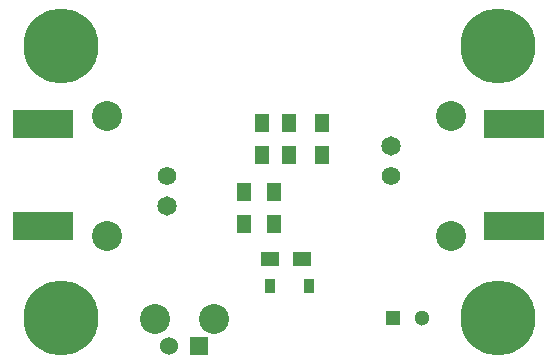
<source format=gbr>
G04 #@! TF.FileFunction,Soldermask,Bot*
%FSLAX46Y46*%
G04 Gerber Fmt 4.6, Leading zero omitted, Abs format (unit mm)*
G04 Created by KiCad (PCBNEW 4.0.1-stable) date 5/1/2016 2:26:38 PM*
%MOMM*%
G01*
G04 APERTURE LIST*
%ADD10C,0.150000*%
%ADD11C,2.540000*%
%ADD12C,6.350000*%
%ADD13R,5.080000X2.413000*%
%ADD14C,1.574800*%
%ADD15C,1.651000*%
%ADD16R,0.909320X1.219200*%
%ADD17R,1.524000X1.524000*%
%ADD18C,1.524000*%
%ADD19R,1.300000X1.300000*%
%ADD20C,1.300000*%
%ADD21R,1.300000X1.500000*%
%ADD22R,1.500000X1.300000*%
G04 APERTURE END LIST*
D10*
D11*
X17018000Y-27178000D03*
X12018000Y-27178000D03*
D12*
X4000000Y-27030000D03*
X41000000Y-4030000D03*
X4000000Y-4030000D03*
D13*
X2540000Y-10668000D03*
X2540000Y-19304000D03*
D14*
X13000000Y-15030000D03*
D15*
X13000000Y-17570000D03*
D11*
X7920000Y-20110000D03*
X7920000Y-9950000D03*
D13*
X42418000Y-10668000D03*
X42418000Y-19304000D03*
D12*
X41000000Y-27030000D03*
D14*
X32000000Y-15030000D03*
D15*
X32000000Y-12490000D03*
D11*
X37080000Y-9950000D03*
X37080000Y-20110000D03*
D16*
X25003760Y-24384000D03*
X21732240Y-24384000D03*
D17*
X15748000Y-29464000D03*
D18*
X13208000Y-29464000D03*
D19*
X32131000Y-27051000D03*
D20*
X34631000Y-27051000D03*
D21*
X22098000Y-19130000D03*
X22098000Y-16430000D03*
X19558000Y-19130000D03*
X19558000Y-16430000D03*
X26162000Y-10588000D03*
X26162000Y-13288000D03*
X23368000Y-10588000D03*
X23368000Y-13288000D03*
X21082000Y-10588000D03*
X21082000Y-13288000D03*
D22*
X21764000Y-22098000D03*
X24464000Y-22098000D03*
M02*

</source>
